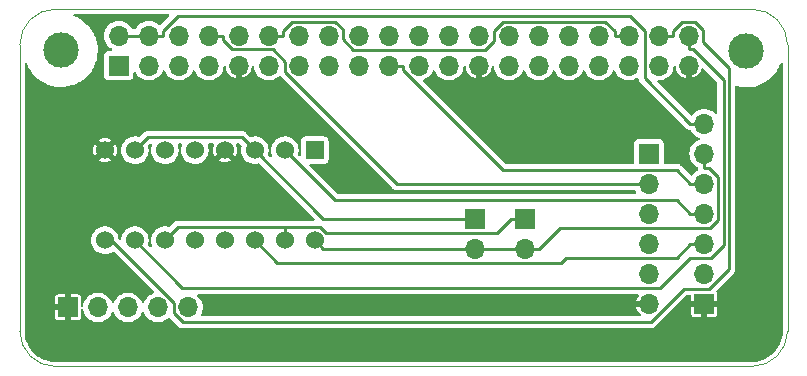
<source format=gbr>
G04 #@! TF.GenerationSoftware,KiCad,Pcbnew,(6.0.4)*
G04 #@! TF.CreationDate,2022-07-30T17:53:10+10:00*
G04 #@! TF.ProjectId,rpi_hat,7270695f-6861-4742-9e6b-696361645f70,rev?*
G04 #@! TF.SameCoordinates,Original*
G04 #@! TF.FileFunction,Copper,L1,Top*
G04 #@! TF.FilePolarity,Positive*
%FSLAX46Y46*%
G04 Gerber Fmt 4.6, Leading zero omitted, Abs format (unit mm)*
G04 Created by KiCad (PCBNEW (6.0.4)) date 2022-07-30 17:53:10*
%MOMM*%
%LPD*%
G01*
G04 APERTURE LIST*
G04 #@! TA.AperFunction,Profile*
%ADD10C,0.100000*%
G04 #@! TD*
G04 #@! TA.AperFunction,ComponentPad*
%ADD11R,1.700000X1.700000*%
G04 #@! TD*
G04 #@! TA.AperFunction,ComponentPad*
%ADD12O,1.700000X1.700000*%
G04 #@! TD*
G04 #@! TA.AperFunction,ComponentPad*
%ADD13R,1.524000X1.524000*%
G04 #@! TD*
G04 #@! TA.AperFunction,ComponentPad*
%ADD14C,1.524000*%
G04 #@! TD*
G04 #@! TA.AperFunction,WasherPad*
%ADD15C,3.000000*%
G04 #@! TD*
G04 #@! TA.AperFunction,Conductor*
%ADD16C,0.250000*%
G04 #@! TD*
G04 APERTURE END LIST*
D10*
X162250000Y-89999995D02*
G75*
G03*
X165249995Y-87000000I-2600J3002595D01*
G01*
X100250000Y-62750000D02*
X100250000Y-87000000D01*
X165250000Y-62750000D02*
G75*
G03*
X162250000Y-59750000I-3000000J0D01*
G01*
X162250000Y-59750000D02*
X103250000Y-59750000D01*
X165250000Y-87000000D02*
X165250000Y-62750000D01*
X103250000Y-90000000D02*
X162250000Y-90000000D01*
X103250000Y-59750000D02*
G75*
G03*
X100250000Y-62750000I0J-3000000D01*
G01*
X100250000Y-87000000D02*
G75*
G03*
X103250000Y-90000000I3000000J0D01*
G01*
D11*
X108623600Y-64522400D03*
D12*
X108623600Y-61982400D03*
X111163600Y-64522400D03*
X111163600Y-61982400D03*
X113703600Y-64522400D03*
X113703600Y-61982400D03*
X116243600Y-64522400D03*
X116243600Y-61982400D03*
X118783600Y-64522400D03*
X118783600Y-61982400D03*
X121323600Y-64522400D03*
X121323600Y-61982400D03*
X123863600Y-64522400D03*
X123863600Y-61982400D03*
X126403600Y-64522400D03*
X126403600Y-61982400D03*
X128943600Y-64522400D03*
X128943600Y-61982400D03*
X131483600Y-64522400D03*
X131483600Y-61982400D03*
X134023600Y-64522400D03*
X134023600Y-61982400D03*
X136563600Y-64522400D03*
X136563600Y-61982400D03*
X139103600Y-64522400D03*
X139103600Y-61982400D03*
X141643600Y-64522400D03*
X141643600Y-61982400D03*
X144183600Y-64522400D03*
X144183600Y-61982400D03*
X146723600Y-64522400D03*
X146723600Y-61982400D03*
X149263600Y-64522400D03*
X149263600Y-61982400D03*
X151803600Y-64522400D03*
X151803600Y-61982400D03*
X154343600Y-64522400D03*
X154343600Y-61982400D03*
X156883600Y-64522400D03*
X156883600Y-61982400D03*
D13*
X125230000Y-71690000D03*
D14*
X122690000Y-71690000D03*
X120150000Y-71690000D03*
X117610000Y-71690000D03*
X115070000Y-71690000D03*
X112530000Y-71690000D03*
X109990000Y-71690000D03*
X107450000Y-71690000D03*
X107450000Y-79310000D03*
X109990000Y-79310000D03*
X112530000Y-79310000D03*
X115070000Y-79310000D03*
X117610000Y-79310000D03*
X120150000Y-79310000D03*
X122690000Y-79310000D03*
X125230000Y-79310000D03*
D11*
X104325000Y-85000000D03*
D12*
X106865000Y-85000000D03*
X109405000Y-85000000D03*
X111945000Y-85000000D03*
X114485000Y-85000000D03*
D15*
X103743600Y-63242400D03*
D11*
X158200000Y-84700000D03*
D12*
X158200000Y-82160000D03*
X158200000Y-79620000D03*
X158200000Y-77080000D03*
X158200000Y-74540000D03*
X158200000Y-72000000D03*
X158200000Y-69460000D03*
D11*
X143000000Y-77500000D03*
D12*
X143000000Y-80040000D03*
D11*
X138750000Y-77500000D03*
D12*
X138750000Y-80040000D03*
D15*
X161743600Y-63262400D03*
D11*
X153500000Y-72000000D03*
D12*
X153500000Y-74540000D03*
X153500000Y-77080000D03*
X153500000Y-79620000D03*
X153500000Y-82160000D03*
X153500000Y-84700000D03*
D16*
X132658900Y-64889700D02*
X132658900Y-64522400D01*
X141133900Y-73364700D02*
X132658900Y-64889700D01*
X155849400Y-73364700D02*
X141133900Y-73364700D01*
X157024700Y-74540000D02*
X155849400Y-73364700D01*
X158200000Y-74540000D02*
X157024700Y-74540000D01*
X131483600Y-64522400D02*
X132658900Y-64522400D01*
X126904700Y-75904700D02*
X122690000Y-71690000D01*
X155849400Y-75904700D02*
X126904700Y-75904700D01*
X157024700Y-77080000D02*
X155849400Y-75904700D01*
X158200000Y-77080000D02*
X157024700Y-77080000D01*
X122063300Y-81223300D02*
X120150000Y-79310000D01*
X146104500Y-81223300D02*
X122063300Y-81223300D01*
X146532500Y-80795300D02*
X146104500Y-81223300D01*
X155849400Y-80795300D02*
X146532500Y-80795300D01*
X157024700Y-79620000D02*
X155849400Y-80795300D01*
X158200000Y-79620000D02*
X157024700Y-79620000D01*
X122498900Y-61615000D02*
X122498900Y-61982400D01*
X123306800Y-60807100D02*
X122498900Y-61615000D01*
X126920900Y-60807100D02*
X123306800Y-60807100D01*
X127579000Y-61465200D02*
X126920900Y-60807100D01*
X127579000Y-62311500D02*
X127579000Y-61465200D01*
X128450000Y-63182500D02*
X127579000Y-62311500D01*
X139643000Y-63182500D02*
X128450000Y-63182500D01*
X140356000Y-62469500D02*
X139643000Y-63182500D01*
X140356000Y-61584800D02*
X140356000Y-62469500D01*
X141133800Y-60807000D02*
X140356000Y-61584800D01*
X149820200Y-60807000D02*
X141133800Y-60807000D01*
X150628300Y-61615100D02*
X149820200Y-60807000D01*
X150628300Y-61982400D02*
X150628300Y-61615100D01*
X151803600Y-61982400D02*
X150628300Y-61982400D01*
X121323600Y-61982400D02*
X122498900Y-61982400D01*
X155518900Y-61615000D02*
X155518900Y-61982400D01*
X156326800Y-60807100D02*
X155518900Y-61615000D01*
X157420800Y-60807100D02*
X156326800Y-60807100D01*
X158090300Y-61476600D02*
X157420800Y-60807100D01*
X158090300Y-62550000D02*
X158090300Y-61476600D01*
X160286700Y-64746400D02*
X158090300Y-62550000D01*
X160286700Y-81783200D02*
X160286700Y-64746400D01*
X158639900Y-83430000D02*
X160286700Y-81783200D01*
X156473500Y-83430000D02*
X158639900Y-83430000D01*
X153660000Y-86243500D02*
X156473500Y-83430000D01*
X114049300Y-86243500D02*
X153660000Y-86243500D01*
X113309600Y-85503800D02*
X114049300Y-86243500D01*
X113309600Y-84640400D02*
X113309600Y-85503800D01*
X107979200Y-79310000D02*
X113309600Y-84640400D01*
X107450000Y-79310000D02*
X107979200Y-79310000D01*
X154343600Y-61982400D02*
X155518900Y-61982400D01*
X157250900Y-63157700D02*
X156883600Y-63157700D01*
X159833100Y-65739900D02*
X157250900Y-63157700D01*
X159833100Y-79725800D02*
X159833100Y-65739900D01*
X158763500Y-80795400D02*
X159833100Y-79725800D01*
X156992900Y-80795400D02*
X158763500Y-80795400D01*
X154452900Y-83335400D02*
X156992900Y-80795400D01*
X114015400Y-83335400D02*
X154452900Y-83335400D01*
X109990000Y-79310000D02*
X114015400Y-83335400D01*
X156883600Y-61982400D02*
X156883600Y-63157700D01*
X143000000Y-77500000D02*
X141824700Y-77500000D01*
X122690000Y-78177900D02*
X122690000Y-79310000D01*
X125689500Y-78177900D02*
X122690000Y-78177900D01*
X126207700Y-78696100D02*
X125689500Y-78177900D01*
X140628600Y-78696100D02*
X126207700Y-78696100D01*
X141824700Y-77500000D02*
X140628600Y-78696100D01*
X113662100Y-78177900D02*
X112530000Y-79310000D01*
X122690000Y-78177900D02*
X113662100Y-78177900D01*
X125960000Y-77500000D02*
X120150000Y-71690000D01*
X138750000Y-77500000D02*
X125960000Y-77500000D01*
X119050700Y-70590700D02*
X120150000Y-71690000D01*
X111089300Y-70590700D02*
X119050700Y-70590700D01*
X109990000Y-71690000D02*
X111089300Y-70590700D01*
X117418900Y-62349800D02*
X117418900Y-61982400D01*
X118226800Y-63157700D02*
X117418900Y-62349800D01*
X121647300Y-63157700D02*
X118226800Y-63157700D01*
X122688200Y-64198600D02*
X121647300Y-63157700D01*
X122688200Y-65050300D02*
X122688200Y-64198600D01*
X132177900Y-74540000D02*
X122688200Y-65050300D01*
X153500000Y-74540000D02*
X132177900Y-74540000D01*
X116243600Y-61982400D02*
X117418900Y-61982400D01*
X111163600Y-61982400D02*
X108623600Y-61982400D01*
X112338900Y-61615100D02*
X112338900Y-61982400D01*
X113612700Y-60341300D02*
X112338900Y-61615100D01*
X151888900Y-60341300D02*
X113612700Y-60341300D01*
X153168200Y-61620600D02*
X151888900Y-60341300D01*
X153168200Y-65603500D02*
X153168200Y-61620600D01*
X157024700Y-69460000D02*
X153168200Y-65603500D01*
X158200000Y-69460000D02*
X157024700Y-69460000D01*
X111163600Y-61982400D02*
X112338900Y-61982400D01*
X125960000Y-80040000D02*
X125230000Y-79310000D01*
X138750000Y-80040000D02*
X125960000Y-80040000D01*
X138750000Y-80040000D02*
X143000000Y-80040000D01*
X158567400Y-73175300D02*
X158200000Y-73175300D01*
X159375300Y-73983200D02*
X158567400Y-73175300D01*
X159375300Y-77585300D02*
X159375300Y-73983200D01*
X158705200Y-78255400D02*
X159375300Y-77585300D01*
X145959900Y-78255400D02*
X158705200Y-78255400D01*
X144175300Y-80040000D02*
X145959900Y-78255400D01*
X143000000Y-80040000D02*
X144175300Y-80040000D01*
X158200000Y-72000000D02*
X158200000Y-73175300D01*
G04 #@! TA.AperFunction,Conductor*
G36*
X112879514Y-60169407D02*
G01*
X112915478Y-60218907D01*
X112915478Y-60280093D01*
X112891327Y-60319504D01*
X112150257Y-61060574D01*
X112095740Y-61088351D01*
X112035308Y-61078780D01*
X112010249Y-61060574D01*
X111970477Y-61020802D01*
X111827738Y-60920855D01*
X111794784Y-60897780D01*
X111794782Y-60897779D01*
X111791239Y-60895298D01*
X111592930Y-60802825D01*
X111506380Y-60779634D01*
X111385754Y-60747312D01*
X111385752Y-60747312D01*
X111381577Y-60746193D01*
X111163600Y-60727123D01*
X110945623Y-60746193D01*
X110941448Y-60747312D01*
X110941446Y-60747312D01*
X110820820Y-60779634D01*
X110734270Y-60802825D01*
X110535962Y-60895298D01*
X110356723Y-61020802D01*
X110202002Y-61175523D01*
X110150398Y-61249222D01*
X110092830Y-61331438D01*
X110076498Y-61354762D01*
X110055524Y-61399742D01*
X110013797Y-61444487D01*
X109965801Y-61456900D01*
X109821399Y-61456900D01*
X109763208Y-61437993D01*
X109731677Y-61399742D01*
X109710702Y-61354762D01*
X109694371Y-61331438D01*
X109636802Y-61249222D01*
X109585198Y-61175523D01*
X109430477Y-61020802D01*
X109287738Y-60920855D01*
X109254784Y-60897780D01*
X109254782Y-60897779D01*
X109251239Y-60895298D01*
X109052930Y-60802825D01*
X108966380Y-60779634D01*
X108845754Y-60747312D01*
X108845752Y-60747312D01*
X108841577Y-60746193D01*
X108623600Y-60727123D01*
X108405623Y-60746193D01*
X108401448Y-60747312D01*
X108401446Y-60747312D01*
X108280820Y-60779634D01*
X108194270Y-60802825D01*
X107995962Y-60895298D01*
X107816723Y-61020802D01*
X107662002Y-61175523D01*
X107610398Y-61249222D01*
X107552830Y-61331438D01*
X107536498Y-61354762D01*
X107444025Y-61553070D01*
X107442907Y-61557243D01*
X107391691Y-61748384D01*
X107387393Y-61764423D01*
X107368323Y-61982400D01*
X107387393Y-62200377D01*
X107388512Y-62204552D01*
X107388512Y-62204554D01*
X107414961Y-62303261D01*
X107444025Y-62411730D01*
X107536498Y-62610038D01*
X107662002Y-62789277D01*
X107816723Y-62943998D01*
X107914735Y-63012627D01*
X107978451Y-63057241D01*
X107995961Y-63069502D01*
X108017736Y-63079656D01*
X108025287Y-63083177D01*
X108070035Y-63124905D01*
X108081710Y-63184966D01*
X108055852Y-63240419D01*
X108002338Y-63270082D01*
X107983449Y-63271901D01*
X107742082Y-63271901D01*
X107738239Y-63272510D01*
X107738234Y-63272510D01*
X107701383Y-63278347D01*
X107648296Y-63286754D01*
X107596099Y-63313350D01*
X107542197Y-63340814D01*
X107542195Y-63340815D01*
X107535258Y-63344350D01*
X107445550Y-63434058D01*
X107442015Y-63440995D01*
X107442014Y-63440997D01*
X107396910Y-63529518D01*
X107387954Y-63547096D01*
X107386735Y-63554790D01*
X107386735Y-63554791D01*
X107375401Y-63626350D01*
X107373100Y-63640881D01*
X107373101Y-65403918D01*
X107373710Y-65407761D01*
X107373710Y-65407766D01*
X107377315Y-65430528D01*
X107387954Y-65497704D01*
X107404098Y-65529388D01*
X107437596Y-65595131D01*
X107445550Y-65610742D01*
X107535258Y-65700450D01*
X107542195Y-65703985D01*
X107542197Y-65703986D01*
X107607937Y-65737482D01*
X107648296Y-65758046D01*
X107655990Y-65759265D01*
X107655991Y-65759265D01*
X107738235Y-65772291D01*
X107738237Y-65772291D01*
X107742081Y-65772900D01*
X108623486Y-65772900D01*
X109505118Y-65772899D01*
X109508961Y-65772290D01*
X109508966Y-65772290D01*
X109545817Y-65766453D01*
X109598904Y-65758046D01*
X109681557Y-65715932D01*
X109705003Y-65703986D01*
X109705005Y-65703985D01*
X109711942Y-65700450D01*
X109801650Y-65610742D01*
X109809605Y-65595131D01*
X109855710Y-65504644D01*
X109855710Y-65504643D01*
X109859246Y-65497704D01*
X109866521Y-65451775D01*
X109873491Y-65407765D01*
X109873491Y-65407763D01*
X109874100Y-65403919D01*
X109874100Y-65162553D01*
X109893007Y-65104362D01*
X109942507Y-65068398D01*
X110003693Y-65068398D01*
X110053193Y-65104362D01*
X110062824Y-65120713D01*
X110076498Y-65150038D01*
X110202002Y-65329277D01*
X110356723Y-65483998D01*
X110535961Y-65609502D01*
X110734270Y-65701975D01*
X110761824Y-65709358D01*
X110941446Y-65757488D01*
X110941448Y-65757488D01*
X110945623Y-65758607D01*
X111163600Y-65777677D01*
X111381577Y-65758607D01*
X111385752Y-65757488D01*
X111385754Y-65757488D01*
X111565376Y-65709358D01*
X111592930Y-65701975D01*
X111791239Y-65609502D01*
X111970477Y-65483998D01*
X112125198Y-65329277D01*
X112250702Y-65150038D01*
X112343175Y-64951730D01*
X112344732Y-64952456D01*
X112378240Y-64909568D01*
X112437055Y-64892703D01*
X112494550Y-64913630D01*
X112522686Y-64952354D01*
X112524025Y-64951730D01*
X112616498Y-65150038D01*
X112742002Y-65329277D01*
X112896723Y-65483998D01*
X113075961Y-65609502D01*
X113274270Y-65701975D01*
X113301824Y-65709358D01*
X113481446Y-65757488D01*
X113481448Y-65757488D01*
X113485623Y-65758607D01*
X113703600Y-65777677D01*
X113921577Y-65758607D01*
X113925752Y-65757488D01*
X113925754Y-65757488D01*
X114105376Y-65709358D01*
X114132930Y-65701975D01*
X114331239Y-65609502D01*
X114510477Y-65483998D01*
X114665198Y-65329277D01*
X114790702Y-65150038D01*
X114883175Y-64951730D01*
X114884732Y-64952456D01*
X114918240Y-64909568D01*
X114977055Y-64892703D01*
X115034550Y-64913630D01*
X115062686Y-64952354D01*
X115064025Y-64951730D01*
X115156498Y-65150038D01*
X115282002Y-65329277D01*
X115436723Y-65483998D01*
X115615961Y-65609502D01*
X115814270Y-65701975D01*
X115841824Y-65709358D01*
X116021446Y-65757488D01*
X116021448Y-65757488D01*
X116025623Y-65758607D01*
X116243600Y-65777677D01*
X116461577Y-65758607D01*
X116465752Y-65757488D01*
X116465754Y-65757488D01*
X116645376Y-65709358D01*
X116672930Y-65701975D01*
X116871239Y-65609502D01*
X117050477Y-65483998D01*
X117205198Y-65329277D01*
X117330702Y-65150038D01*
X117423175Y-64951730D01*
X117479807Y-64740377D01*
X117489745Y-64626782D01*
X117490310Y-64620327D01*
X117514217Y-64564005D01*
X117566663Y-64532492D01*
X117627615Y-64537825D01*
X117673793Y-64577966D01*
X117687721Y-64622481D01*
X117692191Y-64690689D01*
X117693604Y-64699610D01*
X117741134Y-64886759D01*
X117744154Y-64895287D01*
X117824986Y-65070625D01*
X117829517Y-65078472D01*
X117940948Y-65236144D01*
X117946822Y-65243022D01*
X118085132Y-65377757D01*
X118092155Y-65383444D01*
X118252699Y-65490717D01*
X118260654Y-65495035D01*
X118438046Y-65571249D01*
X118446657Y-65574047D01*
X118514306Y-65589354D01*
X118527203Y-65588169D01*
X118529600Y-65579451D01*
X118529600Y-64367400D01*
X118548507Y-64309209D01*
X118598007Y-64273245D01*
X118628600Y-64268400D01*
X118938600Y-64268400D01*
X118996791Y-64287307D01*
X119032755Y-64336807D01*
X119037600Y-64367400D01*
X119037600Y-65581474D01*
X119041722Y-65594159D01*
X119042893Y-65595010D01*
X119045400Y-65595224D01*
X119045789Y-65595131D01*
X119228626Y-65533066D01*
X119236888Y-65529388D01*
X119405355Y-65435041D01*
X119412809Y-65429918D01*
X119561250Y-65306461D01*
X119567661Y-65300050D01*
X119691118Y-65151609D01*
X119696241Y-65144155D01*
X119790588Y-64975688D01*
X119794266Y-64967426D01*
X119856330Y-64784591D01*
X119858441Y-64775799D01*
X119880856Y-64621204D01*
X119907918Y-64566329D01*
X119962066Y-64537840D01*
X120022618Y-64546619D01*
X120066446Y-64589314D01*
X120077455Y-64626782D01*
X120087393Y-64740377D01*
X120144025Y-64951730D01*
X120236498Y-65150038D01*
X120362002Y-65329277D01*
X120516723Y-65483998D01*
X120695961Y-65609502D01*
X120894270Y-65701975D01*
X120921824Y-65709358D01*
X121101446Y-65757488D01*
X121101448Y-65757488D01*
X121105623Y-65758607D01*
X121323600Y-65777677D01*
X121541577Y-65758607D01*
X121545752Y-65757488D01*
X121545754Y-65757488D01*
X121725376Y-65709358D01*
X121752930Y-65701975D01*
X121951239Y-65609502D01*
X122130477Y-65483998D01*
X122181785Y-65432690D01*
X122236302Y-65404913D01*
X122296734Y-65414484D01*
X122319561Y-65430528D01*
X122320840Y-65431729D01*
X122325088Y-65436975D01*
X122330590Y-65440885D01*
X122330591Y-65440886D01*
X122341182Y-65448413D01*
X122353838Y-65459107D01*
X127076718Y-70181988D01*
X131796513Y-74901783D01*
X131799371Y-74904763D01*
X131839784Y-74948712D01*
X131845524Y-74952271D01*
X131875940Y-74971131D01*
X131883623Y-74976411D01*
X131917504Y-75002127D01*
X131923783Y-75004613D01*
X131932614Y-75008110D01*
X131948333Y-75016015D01*
X131962150Y-75024582D01*
X131968628Y-75026464D01*
X131968630Y-75026465D01*
X131987264Y-75031879D01*
X132003014Y-75036455D01*
X132011820Y-75039470D01*
X132051372Y-75055129D01*
X132058085Y-75055835D01*
X132058091Y-75055836D01*
X132067535Y-75056829D01*
X132084804Y-75060217D01*
X132095429Y-75063304D01*
X132095435Y-75063305D01*
X132100412Y-75064751D01*
X132105582Y-75065131D01*
X132105584Y-75065131D01*
X132108811Y-75065368D01*
X132108818Y-75065368D01*
X132110612Y-75065500D01*
X132144853Y-75065500D01*
X132155199Y-75066042D01*
X132194561Y-75070179D01*
X132214031Y-75066886D01*
X132230540Y-75065500D01*
X152302201Y-75065500D01*
X152360392Y-75084407D01*
X152391923Y-75122658D01*
X152412898Y-75167638D01*
X152415379Y-75171181D01*
X152415380Y-75171183D01*
X152451954Y-75223416D01*
X152469843Y-75281928D01*
X152449923Y-75339780D01*
X152399803Y-75374874D01*
X152370858Y-75379200D01*
X127163377Y-75379200D01*
X127105186Y-75360293D01*
X127093373Y-75350204D01*
X124764673Y-73021504D01*
X124736896Y-72966987D01*
X124746467Y-72906555D01*
X124789732Y-72863290D01*
X124834677Y-72852500D01*
X126000628Y-72852499D01*
X126023518Y-72852499D01*
X126027361Y-72851890D01*
X126027366Y-72851890D01*
X126074133Y-72844483D01*
X126117304Y-72837646D01*
X126201129Y-72794935D01*
X126223403Y-72783586D01*
X126223405Y-72783585D01*
X126230342Y-72780050D01*
X126320050Y-72690342D01*
X126339510Y-72652151D01*
X126374110Y-72584244D01*
X126374110Y-72584243D01*
X126377646Y-72577304D01*
X126379920Y-72562950D01*
X126391891Y-72487365D01*
X126391891Y-72487363D01*
X126392500Y-72483519D01*
X126392499Y-70896482D01*
X126377646Y-70802696D01*
X126320050Y-70689658D01*
X126230342Y-70599950D01*
X126223405Y-70596415D01*
X126223403Y-70596414D01*
X126124244Y-70545890D01*
X126124243Y-70545890D01*
X126117304Y-70542354D01*
X126109610Y-70541135D01*
X126109609Y-70541135D01*
X126027365Y-70528109D01*
X126027363Y-70528109D01*
X126023519Y-70527500D01*
X125230102Y-70527500D01*
X124436482Y-70527501D01*
X124432639Y-70528110D01*
X124432634Y-70528110D01*
X124395783Y-70533947D01*
X124342696Y-70542354D01*
X124303548Y-70562301D01*
X124236597Y-70596414D01*
X124236595Y-70596415D01*
X124229658Y-70599950D01*
X124139950Y-70689658D01*
X124136415Y-70696595D01*
X124136414Y-70696597D01*
X124091187Y-70785360D01*
X124082354Y-70802696D01*
X124081135Y-70810390D01*
X124081135Y-70810391D01*
X124078302Y-70828278D01*
X124067500Y-70896481D01*
X124067501Y-71574843D01*
X124067501Y-72085324D01*
X124048594Y-72143515D01*
X123999094Y-72179479D01*
X123937908Y-72179479D01*
X123898497Y-72155328D01*
X123838466Y-72095297D01*
X123810689Y-72040780D01*
X123814723Y-71993472D01*
X123825222Y-71962543D01*
X123828222Y-71941851D01*
X123855460Y-71754001D01*
X123855461Y-71753993D01*
X123855880Y-71751101D01*
X123856665Y-71721145D01*
X123857404Y-71692914D01*
X123857404Y-71692909D01*
X123857480Y-71690000D01*
X123856945Y-71684172D01*
X123838345Y-71481762D01*
X123837930Y-71477244D01*
X123795692Y-71327478D01*
X123781168Y-71275981D01*
X123781168Y-71275980D01*
X123779936Y-71271613D01*
X123773710Y-71258987D01*
X123687451Y-71084070D01*
X123687449Y-71084066D01*
X123685440Y-71079993D01*
X123557607Y-70908803D01*
X123400717Y-70763776D01*
X123379057Y-70750109D01*
X123223862Y-70652189D01*
X123220025Y-70649768D01*
X123021582Y-70570597D01*
X122812035Y-70528916D01*
X122703958Y-70527501D01*
X122602940Y-70526178D01*
X122602935Y-70526178D01*
X122598401Y-70526119D01*
X122593926Y-70526888D01*
X122593925Y-70526888D01*
X122514196Y-70540588D01*
X122387834Y-70562301D01*
X122187387Y-70636250D01*
X122183488Y-70638569D01*
X122183483Y-70638572D01*
X122085952Y-70696597D01*
X122003772Y-70745489D01*
X122000357Y-70748484D01*
X122000354Y-70748486D01*
X121958308Y-70785360D01*
X121843140Y-70886360D01*
X121710869Y-71054145D01*
X121708756Y-71058160D01*
X121708756Y-71058161D01*
X121639372Y-71190039D01*
X121611389Y-71243225D01*
X121610045Y-71247554D01*
X121567887Y-71383325D01*
X121548032Y-71447267D01*
X121547498Y-71451777D01*
X121547498Y-71451778D01*
X121532933Y-71574843D01*
X121522920Y-71659439D01*
X121536894Y-71872634D01*
X121538010Y-71877027D01*
X121538010Y-71877029D01*
X121558586Y-71958046D01*
X121589485Y-72079713D01*
X121591387Y-72083838D01*
X121591387Y-72083839D01*
X121619628Y-72145098D01*
X121626820Y-72205859D01*
X121596923Y-72259243D01*
X121541358Y-72284859D01*
X121481349Y-72272922D01*
X121459718Y-72256549D01*
X121298466Y-72095297D01*
X121270689Y-72040780D01*
X121274723Y-71993472D01*
X121285222Y-71962543D01*
X121288222Y-71941851D01*
X121315460Y-71754001D01*
X121315461Y-71753993D01*
X121315880Y-71751101D01*
X121316665Y-71721145D01*
X121317404Y-71692914D01*
X121317404Y-71692909D01*
X121317480Y-71690000D01*
X121316945Y-71684172D01*
X121298345Y-71481762D01*
X121297930Y-71477244D01*
X121255692Y-71327478D01*
X121241168Y-71275981D01*
X121241168Y-71275980D01*
X121239936Y-71271613D01*
X121233710Y-71258987D01*
X121147451Y-71084070D01*
X121147449Y-71084066D01*
X121145440Y-71079993D01*
X121017607Y-70908803D01*
X120860717Y-70763776D01*
X120839057Y-70750109D01*
X120683862Y-70652189D01*
X120680025Y-70649768D01*
X120481582Y-70570597D01*
X120272035Y-70528916D01*
X120163958Y-70527501D01*
X120062940Y-70526178D01*
X120062935Y-70526178D01*
X120058401Y-70526119D01*
X120053926Y-70526888D01*
X120053925Y-70526888D01*
X119974196Y-70540588D01*
X119847834Y-70562301D01*
X119843574Y-70563873D01*
X119839191Y-70565047D01*
X119838612Y-70562885D01*
X119786038Y-70564980D01*
X119742855Y-70539686D01*
X119432099Y-70228930D01*
X119429229Y-70225937D01*
X119393384Y-70186956D01*
X119388816Y-70181988D01*
X119352665Y-70159573D01*
X119344979Y-70154291D01*
X119316470Y-70132651D01*
X119316469Y-70132651D01*
X119311096Y-70128572D01*
X119304825Y-70126089D01*
X119304823Y-70126088D01*
X119295983Y-70122588D01*
X119280258Y-70114679D01*
X119272186Y-70109674D01*
X119272184Y-70109673D01*
X119266450Y-70106118D01*
X119225603Y-70094250D01*
X119216782Y-70091230D01*
X119183506Y-70078056D01*
X119183503Y-70078055D01*
X119177228Y-70075571D01*
X119170515Y-70074865D01*
X119170509Y-70074864D01*
X119161065Y-70073871D01*
X119143796Y-70070483D01*
X119133171Y-70067396D01*
X119133165Y-70067395D01*
X119128188Y-70065949D01*
X119123018Y-70065569D01*
X119123016Y-70065569D01*
X119119789Y-70065332D01*
X119119782Y-70065332D01*
X119117988Y-70065200D01*
X119083746Y-70065200D01*
X119073400Y-70064658D01*
X119034038Y-70060521D01*
X119014569Y-70063814D01*
X118998059Y-70065200D01*
X111103177Y-70065200D01*
X111099031Y-70065113D01*
X111039381Y-70062613D01*
X111032809Y-70064154D01*
X111032803Y-70064155D01*
X110997967Y-70072326D01*
X110988797Y-70074026D01*
X110953340Y-70078883D01*
X110953339Y-70078883D01*
X110946654Y-70079799D01*
X110940459Y-70082480D01*
X110940458Y-70082480D01*
X110931738Y-70086253D01*
X110915032Y-70091778D01*
X110899207Y-70095490D01*
X110893292Y-70098742D01*
X110861922Y-70115987D01*
X110853548Y-70120089D01*
X110820714Y-70134298D01*
X110820713Y-70134299D01*
X110814517Y-70136980D01*
X110809271Y-70141228D01*
X110801886Y-70147208D01*
X110787285Y-70157020D01*
X110773037Y-70164853D01*
X110765295Y-70171536D01*
X110741081Y-70195750D01*
X110733388Y-70202677D01*
X110702625Y-70227588D01*
X110698713Y-70233093D01*
X110698711Y-70233095D01*
X110691187Y-70243682D01*
X110680493Y-70256338D01*
X110396243Y-70540588D01*
X110341726Y-70568365D01*
X110306927Y-70567682D01*
X110112035Y-70528916D01*
X110003958Y-70527501D01*
X109902940Y-70526178D01*
X109902935Y-70526178D01*
X109898401Y-70526119D01*
X109893926Y-70526888D01*
X109893925Y-70526888D01*
X109814196Y-70540588D01*
X109687834Y-70562301D01*
X109487387Y-70636250D01*
X109483488Y-70638569D01*
X109483483Y-70638572D01*
X109385952Y-70696597D01*
X109303772Y-70745489D01*
X109300357Y-70748484D01*
X109300354Y-70748486D01*
X109258308Y-70785360D01*
X109143140Y-70886360D01*
X109010869Y-71054145D01*
X109008756Y-71058160D01*
X109008756Y-71058161D01*
X108939372Y-71190039D01*
X108911389Y-71243225D01*
X108910045Y-71247554D01*
X108867887Y-71383325D01*
X108848032Y-71447267D01*
X108847498Y-71451777D01*
X108847498Y-71451778D01*
X108832933Y-71574843D01*
X108822920Y-71659439D01*
X108836894Y-71872634D01*
X108838010Y-71877027D01*
X108838010Y-71877029D01*
X108858586Y-71958046D01*
X108889485Y-72079713D01*
X108978933Y-72273740D01*
X109102241Y-72448218D01*
X109255281Y-72597302D01*
X109259056Y-72599824D01*
X109259058Y-72599826D01*
X109340689Y-72654370D01*
X109432927Y-72716001D01*
X109629229Y-72800339D01*
X109705155Y-72817520D01*
X109833187Y-72846491D01*
X109833192Y-72846492D01*
X109837613Y-72847492D01*
X109944357Y-72851686D01*
X110046568Y-72855702D01*
X110046569Y-72855702D01*
X110051101Y-72855880D01*
X110262543Y-72825222D01*
X110266842Y-72823763D01*
X110266845Y-72823762D01*
X110460556Y-72758006D01*
X110464857Y-72756546D01*
X110651268Y-72652151D01*
X110815533Y-72515533D01*
X110952151Y-72351268D01*
X111056546Y-72164857D01*
X111089202Y-72068655D01*
X111123762Y-71966845D01*
X111123763Y-71966842D01*
X111125222Y-71962543D01*
X111128222Y-71941851D01*
X111155460Y-71754001D01*
X111155461Y-71753993D01*
X111155880Y-71751101D01*
X111156665Y-71721145D01*
X111157404Y-71692914D01*
X111157404Y-71692909D01*
X111157480Y-71690000D01*
X111156945Y-71684172D01*
X111138345Y-71481762D01*
X111137930Y-71477244D01*
X111130748Y-71451778D01*
X111111442Y-71383325D01*
X111113844Y-71322187D01*
X111136721Y-71286448D01*
X111277973Y-71145196D01*
X111332490Y-71117419D01*
X111347977Y-71116200D01*
X111356428Y-71116200D01*
X111414619Y-71135107D01*
X111450583Y-71184607D01*
X111450975Y-71244558D01*
X111407887Y-71383325D01*
X111388032Y-71447267D01*
X111387498Y-71451777D01*
X111387498Y-71451778D01*
X111372933Y-71574843D01*
X111362920Y-71659439D01*
X111376894Y-71872634D01*
X111378010Y-71877027D01*
X111378010Y-71877029D01*
X111398586Y-71958046D01*
X111429485Y-72079713D01*
X111518933Y-72273740D01*
X111642241Y-72448218D01*
X111795281Y-72597302D01*
X111799056Y-72599824D01*
X111799058Y-72599826D01*
X111880689Y-72654370D01*
X111972927Y-72716001D01*
X112169229Y-72800339D01*
X112245155Y-72817520D01*
X112373187Y-72846491D01*
X112373192Y-72846492D01*
X112377613Y-72847492D01*
X112484357Y-72851686D01*
X112586568Y-72855702D01*
X112586569Y-72855702D01*
X112591101Y-72855880D01*
X112802543Y-72825222D01*
X112806842Y-72823763D01*
X112806845Y-72823762D01*
X113000556Y-72758006D01*
X113004857Y-72756546D01*
X113191268Y-72652151D01*
X113355533Y-72515533D01*
X113492151Y-72351268D01*
X113596546Y-72164857D01*
X113629202Y-72068655D01*
X113663762Y-71966845D01*
X113663763Y-71966842D01*
X113665222Y-71962543D01*
X113668222Y-71941851D01*
X113695460Y-71754001D01*
X113695461Y-71753993D01*
X113695880Y-71751101D01*
X113696665Y-71721145D01*
X113697404Y-71692914D01*
X113697404Y-71692909D01*
X113697480Y-71690000D01*
X113696945Y-71684172D01*
X113678345Y-71481762D01*
X113677930Y-71477244D01*
X113635692Y-71327478D01*
X113621168Y-71275981D01*
X113621168Y-71275980D01*
X113619936Y-71271613D01*
X113613709Y-71258985D01*
X113604929Y-71198435D01*
X113633418Y-71144286D01*
X113688293Y-71117225D01*
X113702499Y-71116200D01*
X113896428Y-71116200D01*
X113954619Y-71135107D01*
X113990583Y-71184607D01*
X113990975Y-71244558D01*
X113947887Y-71383325D01*
X113928032Y-71447267D01*
X113927498Y-71451777D01*
X113927498Y-71451778D01*
X113912933Y-71574843D01*
X113902920Y-71659439D01*
X113916894Y-71872634D01*
X113918010Y-71877027D01*
X113918010Y-71877029D01*
X113938586Y-71958046D01*
X113969485Y-72079713D01*
X114058933Y-72273740D01*
X114182241Y-72448218D01*
X114335281Y-72597302D01*
X114339056Y-72599824D01*
X114339058Y-72599826D01*
X114420689Y-72654370D01*
X114512927Y-72716001D01*
X114709229Y-72800339D01*
X114785155Y-72817520D01*
X114913187Y-72846491D01*
X114913192Y-72846492D01*
X114917613Y-72847492D01*
X115024357Y-72851686D01*
X115126568Y-72855702D01*
X115126569Y-72855702D01*
X115131101Y-72855880D01*
X115342543Y-72825222D01*
X115346842Y-72823763D01*
X115346845Y-72823762D01*
X115540556Y-72758006D01*
X115544857Y-72756546D01*
X115731268Y-72652151D01*
X115839461Y-72562168D01*
X117102315Y-72562168D01*
X117109543Y-72569678D01*
X117198658Y-72619484D01*
X117207492Y-72623344D01*
X117387037Y-72681681D01*
X117396437Y-72683748D01*
X117583902Y-72706101D01*
X117593529Y-72706303D01*
X117781754Y-72691820D01*
X117791245Y-72690146D01*
X117973066Y-72639381D01*
X117982063Y-72635891D01*
X118110658Y-72570934D01*
X118118698Y-72562950D01*
X118113506Y-72552716D01*
X117621086Y-72060296D01*
X117609203Y-72054242D01*
X117604172Y-72055038D01*
X117107792Y-72551418D01*
X117102315Y-72562168D01*
X115839461Y-72562168D01*
X115895533Y-72515533D01*
X116032151Y-72351268D01*
X116136546Y-72164857D01*
X116169202Y-72068655D01*
X116203762Y-71966845D01*
X116203763Y-71966842D01*
X116205222Y-71962543D01*
X116208222Y-71941851D01*
X116235460Y-71754001D01*
X116235461Y-71753993D01*
X116235880Y-71751101D01*
X116236665Y-71721145D01*
X116237404Y-71692914D01*
X116237404Y-71692909D01*
X116237480Y-71690000D01*
X116236945Y-71684172D01*
X116218345Y-71481762D01*
X116217930Y-71477244D01*
X116175692Y-71327478D01*
X116161168Y-71275981D01*
X116161168Y-71275980D01*
X116159936Y-71271613D01*
X116153709Y-71258985D01*
X116144929Y-71198435D01*
X116173418Y-71144286D01*
X116228293Y-71117225D01*
X116242499Y-71116200D01*
X116603153Y-71116200D01*
X116661344Y-71135107D01*
X116697308Y-71184607D01*
X116697308Y-71245793D01*
X116689907Y-71262894D01*
X116677668Y-71285156D01*
X116673869Y-71294019D01*
X116616790Y-71473958D01*
X116614785Y-71483389D01*
X116593741Y-71670994D01*
X116593607Y-71680622D01*
X116609404Y-71868750D01*
X116611142Y-71878218D01*
X116663177Y-72059687D01*
X116666728Y-72068655D01*
X116729290Y-72190388D01*
X116737417Y-72198459D01*
X116747481Y-72193309D01*
X117539996Y-71400794D01*
X117594513Y-71373017D01*
X117654945Y-71382588D01*
X117680004Y-71400794D01*
X118471322Y-72192112D01*
X118482177Y-72197643D01*
X118489585Y-72190564D01*
X118536593Y-72107815D01*
X118540508Y-72099020D01*
X118600099Y-71919883D01*
X118602233Y-71910489D01*
X118626153Y-71721145D01*
X118626540Y-71715620D01*
X118626858Y-71692771D01*
X118626626Y-71687241D01*
X118608002Y-71497302D01*
X118606132Y-71487854D01*
X118551566Y-71307123D01*
X118547897Y-71298219D01*
X118528467Y-71261678D01*
X118517842Y-71201423D01*
X118544664Y-71146429D01*
X118598687Y-71117704D01*
X118615879Y-71116200D01*
X118792023Y-71116200D01*
X118850214Y-71135107D01*
X118862027Y-71145196D01*
X119002740Y-71285909D01*
X119030517Y-71340426D01*
X119027283Y-71385268D01*
X119008032Y-71447267D01*
X119007498Y-71451777D01*
X119007498Y-71451778D01*
X118992933Y-71574843D01*
X118982920Y-71659439D01*
X118996894Y-71872634D01*
X118998010Y-71877027D01*
X118998010Y-71877029D01*
X119018586Y-71958046D01*
X119049485Y-72079713D01*
X119138933Y-72273740D01*
X119262241Y-72448218D01*
X119415281Y-72597302D01*
X119419056Y-72599824D01*
X119419058Y-72599826D01*
X119500689Y-72654370D01*
X119592927Y-72716001D01*
X119789229Y-72800339D01*
X119865155Y-72817520D01*
X119993187Y-72846491D01*
X119993192Y-72846492D01*
X119997613Y-72847492D01*
X120104357Y-72851686D01*
X120206568Y-72855702D01*
X120206569Y-72855702D01*
X120211101Y-72855880D01*
X120422543Y-72825222D01*
X120453472Y-72814723D01*
X120514652Y-72813924D01*
X120555297Y-72838466D01*
X125200227Y-77483396D01*
X125228004Y-77537913D01*
X125218433Y-77598345D01*
X125175168Y-77641610D01*
X125130223Y-77652400D01*
X122713351Y-77652400D01*
X122706101Y-77652134D01*
X122663427Y-77649000D01*
X122663423Y-77649000D01*
X122656693Y-77648506D01*
X122647066Y-77650447D01*
X122627499Y-77652400D01*
X113675977Y-77652400D01*
X113671831Y-77652313D01*
X113667560Y-77652134D01*
X113612181Y-77649813D01*
X113570762Y-77659527D01*
X113561609Y-77661224D01*
X113542801Y-77663801D01*
X113526139Y-77666083D01*
X113526138Y-77666083D01*
X113519454Y-77666999D01*
X113504533Y-77673456D01*
X113487835Y-77678979D01*
X113472007Y-77682691D01*
X113434725Y-77703187D01*
X113426366Y-77707282D01*
X113393513Y-77721498D01*
X113393509Y-77721501D01*
X113387317Y-77724180D01*
X113382073Y-77728427D01*
X113382069Y-77728429D01*
X113374693Y-77734403D01*
X113360078Y-77744224D01*
X113350385Y-77749552D01*
X113350380Y-77749556D01*
X113345837Y-77752053D01*
X113338095Y-77758736D01*
X113313881Y-77782950D01*
X113306188Y-77789877D01*
X113275425Y-77814788D01*
X113271513Y-77820293D01*
X113271511Y-77820295D01*
X113263987Y-77830882D01*
X113253293Y-77843538D01*
X112936243Y-78160588D01*
X112881726Y-78188365D01*
X112846927Y-78187682D01*
X112652035Y-78148916D01*
X112545218Y-78147517D01*
X112442940Y-78146178D01*
X112442935Y-78146178D01*
X112438401Y-78146119D01*
X112433926Y-78146888D01*
X112433925Y-78146888D01*
X112422123Y-78148916D01*
X112227834Y-78182301D01*
X112027387Y-78256250D01*
X112023488Y-78258569D01*
X112023483Y-78258572D01*
X111847678Y-78363165D01*
X111843772Y-78365489D01*
X111840357Y-78368484D01*
X111840354Y-78368486D01*
X111808788Y-78396169D01*
X111683140Y-78506360D01*
X111550869Y-78674145D01*
X111548756Y-78678160D01*
X111548756Y-78678161D01*
X111458712Y-78849307D01*
X111451389Y-78863225D01*
X111450045Y-78867554D01*
X111407887Y-79003325D01*
X111388032Y-79067267D01*
X111387498Y-79071777D01*
X111387498Y-79071778D01*
X111368537Y-79231984D01*
X111362920Y-79279439D01*
X111363613Y-79290007D01*
X111374581Y-79457339D01*
X111376894Y-79492634D01*
X111429485Y-79699713D01*
X111431387Y-79703838D01*
X111431387Y-79703839D01*
X111459628Y-79765098D01*
X111466820Y-79825859D01*
X111436923Y-79879243D01*
X111381358Y-79904859D01*
X111321349Y-79892922D01*
X111299718Y-79876549D01*
X111138466Y-79715297D01*
X111110689Y-79660780D01*
X111114723Y-79613472D01*
X111125222Y-79582543D01*
X111137829Y-79495593D01*
X111155460Y-79374001D01*
X111155461Y-79373993D01*
X111155880Y-79371101D01*
X111156402Y-79351193D01*
X111157404Y-79312914D01*
X111157404Y-79312909D01*
X111157480Y-79310000D01*
X111155242Y-79285638D01*
X111139468Y-79113983D01*
X111137930Y-79097244D01*
X111092647Y-78936684D01*
X111081168Y-78895981D01*
X111081168Y-78895980D01*
X111079936Y-78891613D01*
X111068074Y-78867559D01*
X110987451Y-78704070D01*
X110987449Y-78704066D01*
X110985440Y-78699993D01*
X110857607Y-78528803D01*
X110700717Y-78383776D01*
X110668051Y-78363165D01*
X110523862Y-78272189D01*
X110520025Y-78269768D01*
X110321582Y-78190597D01*
X110112035Y-78148916D01*
X110005218Y-78147517D01*
X109902940Y-78146178D01*
X109902935Y-78146178D01*
X109898401Y-78146119D01*
X109893926Y-78146888D01*
X109893925Y-78146888D01*
X109882123Y-78148916D01*
X109687834Y-78182301D01*
X109487387Y-78256250D01*
X109483488Y-78258569D01*
X109483483Y-78258572D01*
X109307678Y-78363165D01*
X109303772Y-78365489D01*
X109300357Y-78368484D01*
X109300354Y-78368486D01*
X109268788Y-78396169D01*
X109143140Y-78506360D01*
X109010869Y-78674145D01*
X109008756Y-78678160D01*
X109008756Y-78678161D01*
X108918712Y-78849307D01*
X108911389Y-78863225D01*
X108910045Y-78867554D01*
X108867887Y-79003325D01*
X108848032Y-79067267D01*
X108847498Y-79071777D01*
X108847498Y-79071778D01*
X108846714Y-79078402D01*
X108833169Y-79192851D01*
X108833035Y-79193980D01*
X108807419Y-79249545D01*
X108754035Y-79279442D01*
X108693274Y-79272250D01*
X108664717Y-79252348D01*
X108632173Y-79219804D01*
X108604396Y-79165287D01*
X108603592Y-79158859D01*
X108602344Y-79145278D01*
X108597930Y-79097244D01*
X108552647Y-78936684D01*
X108541168Y-78895981D01*
X108541168Y-78895980D01*
X108539936Y-78891613D01*
X108528074Y-78867559D01*
X108447451Y-78704070D01*
X108447449Y-78704066D01*
X108445440Y-78699993D01*
X108317607Y-78528803D01*
X108160717Y-78383776D01*
X108128051Y-78363165D01*
X107983862Y-78272189D01*
X107980025Y-78269768D01*
X107781582Y-78190597D01*
X107572035Y-78148916D01*
X107465218Y-78147517D01*
X107362940Y-78146178D01*
X107362935Y-78146178D01*
X107358401Y-78146119D01*
X107353926Y-78146888D01*
X107353925Y-78146888D01*
X107342123Y-78148916D01*
X107147834Y-78182301D01*
X106947387Y-78256250D01*
X106943488Y-78258569D01*
X106943483Y-78258572D01*
X106767678Y-78363165D01*
X106763772Y-78365489D01*
X106760357Y-78368484D01*
X106760354Y-78368486D01*
X106728788Y-78396169D01*
X106603140Y-78506360D01*
X106470869Y-78674145D01*
X106468756Y-78678160D01*
X106468756Y-78678161D01*
X106378712Y-78849307D01*
X106371389Y-78863225D01*
X106370045Y-78867554D01*
X106327887Y-79003325D01*
X106308032Y-79067267D01*
X106307498Y-79071777D01*
X106307498Y-79071778D01*
X106288537Y-79231984D01*
X106282920Y-79279439D01*
X106283613Y-79290007D01*
X106294581Y-79457339D01*
X106296894Y-79492634D01*
X106349485Y-79699713D01*
X106438933Y-79893740D01*
X106562241Y-80068218D01*
X106715281Y-80217302D01*
X106719056Y-80219824D01*
X106719058Y-80219826D01*
X106800689Y-80274370D01*
X106892927Y-80336001D01*
X107089229Y-80420339D01*
X107153729Y-80434934D01*
X107293187Y-80466491D01*
X107293192Y-80466492D01*
X107297613Y-80467492D01*
X107390104Y-80471126D01*
X107506568Y-80475702D01*
X107506569Y-80475702D01*
X107511101Y-80475880D01*
X107722543Y-80445222D01*
X107726842Y-80443763D01*
X107726845Y-80443762D01*
X107920556Y-80378006D01*
X107924857Y-80376546D01*
X108101595Y-80277568D01*
X108161604Y-80265631D01*
X108219972Y-80293941D01*
X111576435Y-83650404D01*
X111604212Y-83704921D01*
X111594641Y-83765353D01*
X111551376Y-83808618D01*
X111532055Y-83816035D01*
X111515670Y-83820425D01*
X111317362Y-83912898D01*
X111313819Y-83915379D01*
X111313817Y-83915380D01*
X111277369Y-83940901D01*
X111138123Y-84038402D01*
X110983402Y-84193123D01*
X110857898Y-84372362D01*
X110765425Y-84570670D01*
X110763868Y-84569944D01*
X110730360Y-84612832D01*
X110671545Y-84629697D01*
X110614050Y-84608770D01*
X110585914Y-84570046D01*
X110584575Y-84570670D01*
X110558339Y-84514407D01*
X110492102Y-84372362D01*
X110366598Y-84193123D01*
X110211877Y-84038402D01*
X110081780Y-83947307D01*
X110036184Y-83915380D01*
X110036182Y-83915379D01*
X110032639Y-83912898D01*
X109834330Y-83820425D01*
X109727508Y-83791802D01*
X109627154Y-83764912D01*
X109627152Y-83764912D01*
X109622977Y-83763793D01*
X109405000Y-83744723D01*
X109187023Y-83763793D01*
X109182848Y-83764912D01*
X109182846Y-83764912D01*
X109082492Y-83791802D01*
X108975670Y-83820425D01*
X108777362Y-83912898D01*
X108773819Y-83915379D01*
X108773817Y-83915380D01*
X108737369Y-83940901D01*
X108598123Y-84038402D01*
X108443402Y-84193123D01*
X108317898Y-84372362D01*
X108225425Y-84570670D01*
X108223868Y-84569944D01*
X108190360Y-84612832D01*
X108131545Y-84629697D01*
X108074050Y-84608770D01*
X108045914Y-84570046D01*
X108044575Y-84570670D01*
X108018339Y-84514407D01*
X107952102Y-84372362D01*
X107826598Y-84193123D01*
X107671877Y-84038402D01*
X107541780Y-83947307D01*
X107496184Y-83915380D01*
X107496182Y-83915379D01*
X107492639Y-83912898D01*
X107294330Y-83820425D01*
X107187508Y-83791802D01*
X107087154Y-83764912D01*
X107087152Y-83764912D01*
X107082977Y-83763793D01*
X106865000Y-83744723D01*
X106647023Y-83763793D01*
X106642848Y-83764912D01*
X106642846Y-83764912D01*
X106542492Y-83791802D01*
X106435670Y-83820425D01*
X106237362Y-83912898D01*
X106233819Y-83915379D01*
X106233817Y-83915380D01*
X106197369Y-83940901D01*
X106058123Y-84038402D01*
X105903402Y-84193123D01*
X105777898Y-84372362D01*
X105685425Y-84570670D01*
X105628793Y-84782023D01*
X105628416Y-84786334D01*
X105622623Y-84852548D01*
X105598716Y-84908870D01*
X105546270Y-84940383D01*
X105485318Y-84935050D01*
X105439141Y-84894909D01*
X105425000Y-84843920D01*
X105425000Y-84130234D01*
X105424052Y-84120612D01*
X105412397Y-84062017D01*
X105405078Y-84044349D01*
X105360659Y-83977870D01*
X105347130Y-83964341D01*
X105280651Y-83919922D01*
X105262983Y-83912603D01*
X105204388Y-83900948D01*
X105194766Y-83900000D01*
X104594680Y-83900000D01*
X104581995Y-83904122D01*
X104579000Y-83908243D01*
X104579000Y-86084320D01*
X104583122Y-86097005D01*
X104587243Y-86100000D01*
X105194766Y-86100000D01*
X105204388Y-86099052D01*
X105262983Y-86087397D01*
X105280651Y-86080078D01*
X105347130Y-86035659D01*
X105360659Y-86022130D01*
X105405078Y-85955651D01*
X105412397Y-85937983D01*
X105424052Y-85879388D01*
X105425000Y-85869766D01*
X105425000Y-85156080D01*
X105443907Y-85097889D01*
X105493407Y-85061925D01*
X105554593Y-85061925D01*
X105604093Y-85097889D01*
X105622623Y-85147452D01*
X105628793Y-85217977D01*
X105629912Y-85222152D01*
X105629912Y-85222154D01*
X105639248Y-85256995D01*
X105685425Y-85429330D01*
X105777898Y-85627638D01*
X105780379Y-85631181D01*
X105780380Y-85631183D01*
X105793271Y-85649593D01*
X105903402Y-85806877D01*
X106058123Y-85961598D01*
X106144572Y-86022130D01*
X106227330Y-86080078D01*
X106237361Y-86087102D01*
X106435670Y-86179575D01*
X106522220Y-86202766D01*
X106642846Y-86235088D01*
X106642848Y-86235088D01*
X106647023Y-86236207D01*
X106865000Y-86255277D01*
X107082977Y-86236207D01*
X107087152Y-86235088D01*
X107087154Y-86235088D01*
X107207780Y-86202766D01*
X107294330Y-86179575D01*
X107492639Y-86087102D01*
X107502671Y-86080078D01*
X107585428Y-86022130D01*
X107671877Y-85961598D01*
X107826598Y-85806877D01*
X107936729Y-85649593D01*
X107949620Y-85631183D01*
X107949621Y-85631181D01*
X107952102Y-85627638D01*
X108044575Y-85429330D01*
X108046132Y-85430056D01*
X108079640Y-85387168D01*
X108138455Y-85370303D01*
X108195950Y-85391230D01*
X108224086Y-85429954D01*
X108225425Y-85429330D01*
X108317898Y-85627638D01*
X108320379Y-85631181D01*
X108320380Y-85631183D01*
X108333271Y-85649593D01*
X108443402Y-85806877D01*
X108598123Y-85961598D01*
X108684572Y-86022130D01*
X108767330Y-86080078D01*
X108777361Y-86087102D01*
X108975670Y-86179575D01*
X109062220Y-86202766D01*
X109182846Y-86235088D01*
X109182848Y-86235088D01*
X109187023Y-86236207D01*
X109405000Y-86255277D01*
X109622977Y-86236207D01*
X109627152Y-86235088D01*
X109627154Y-86235088D01*
X109747780Y-86202766D01*
X109834330Y-86179575D01*
X110032639Y-86087102D01*
X110042671Y-86080078D01*
X110125428Y-86022130D01*
X110211877Y-85961598D01*
X110366598Y-85806877D01*
X110476729Y-85649593D01*
X110489620Y-85631183D01*
X110489621Y-85631181D01*
X110492102Y-85627638D01*
X110584575Y-85429330D01*
X110586132Y-85430056D01*
X110619640Y-85387168D01*
X110678455Y-85370303D01*
X110735950Y-85391230D01*
X110764086Y-85429954D01*
X110765425Y-85429330D01*
X110857898Y-85627638D01*
X110860379Y-85631181D01*
X110860380Y-85631183D01*
X110873271Y-85649593D01*
X110983402Y-85806877D01*
X111138123Y-85961598D01*
X111224572Y-86022130D01*
X111307330Y-86080078D01*
X111317361Y-86087102D01*
X111515670Y-86179575D01*
X111602220Y-86202766D01*
X111722846Y-86235088D01*
X111722848Y-86235088D01*
X111727023Y-86236207D01*
X111945000Y-86255277D01*
X112162977Y-86236207D01*
X112167152Y-86235088D01*
X112167154Y-86235088D01*
X112287780Y-86202766D01*
X112374330Y-86179575D01*
X112572639Y-86087102D01*
X112582671Y-86080078D01*
X112665428Y-86022130D01*
X112751877Y-85961598D01*
X112815613Y-85897862D01*
X112870130Y-85870085D01*
X112930562Y-85879656D01*
X112946310Y-85890724D01*
X112946487Y-85890475D01*
X112962582Y-85901913D01*
X112975238Y-85912607D01*
X113667901Y-86605270D01*
X113670771Y-86608263D01*
X113711184Y-86652212D01*
X113716921Y-86655769D01*
X113716922Y-86655770D01*
X113747335Y-86674627D01*
X113755021Y-86679909D01*
X113788905Y-86705628D01*
X113795177Y-86708111D01*
X113795180Y-86708113D01*
X113804018Y-86711612D01*
X113819737Y-86719518D01*
X113824719Y-86722607D01*
X113833550Y-86728082D01*
X113858938Y-86735458D01*
X113874396Y-86739949D01*
X113883221Y-86742970D01*
X113922773Y-86758630D01*
X113938931Y-86760328D01*
X113956210Y-86763718D01*
X113966827Y-86766803D01*
X113966830Y-86766804D01*
X113971812Y-86768251D01*
X113978219Y-86768721D01*
X113980211Y-86768868D01*
X113980218Y-86768868D01*
X113982012Y-86769000D01*
X114016244Y-86769000D01*
X114026592Y-86769542D01*
X114034622Y-86770386D01*
X114046049Y-86771587D01*
X114065962Y-86773680D01*
X114072613Y-86772555D01*
X114072614Y-86772555D01*
X114085438Y-86770386D01*
X114101948Y-86769000D01*
X153646123Y-86769000D01*
X153650269Y-86769087D01*
X153709919Y-86771587D01*
X153716491Y-86770046D01*
X153716497Y-86770045D01*
X153751333Y-86761874D01*
X153760503Y-86760174D01*
X153795960Y-86755317D01*
X153795961Y-86755317D01*
X153802646Y-86754401D01*
X153808841Y-86751720D01*
X153808842Y-86751720D01*
X153817562Y-86747947D01*
X153834268Y-86742422D01*
X153850093Y-86738710D01*
X153887378Y-86718213D01*
X153895752Y-86714111D01*
X153928586Y-86699902D01*
X153928587Y-86699901D01*
X153934783Y-86697220D01*
X153947415Y-86686992D01*
X153962015Y-86677180D01*
X153976263Y-86669347D01*
X153984005Y-86662664D01*
X154008219Y-86638450D01*
X154015912Y-86631523D01*
X154046675Y-86606612D01*
X154050589Y-86601105D01*
X154058113Y-86590518D01*
X154068807Y-86577862D01*
X155076903Y-85569766D01*
X157100000Y-85569766D01*
X157100948Y-85579388D01*
X157112603Y-85637983D01*
X157119922Y-85655651D01*
X157164341Y-85722130D01*
X157177870Y-85735659D01*
X157244349Y-85780078D01*
X157262017Y-85787397D01*
X157320612Y-85799052D01*
X157330234Y-85800000D01*
X157930320Y-85800000D01*
X157943005Y-85795878D01*
X157946000Y-85791757D01*
X157946000Y-85784320D01*
X158454000Y-85784320D01*
X158458122Y-85797005D01*
X158462243Y-85800000D01*
X159069766Y-85800000D01*
X159079388Y-85799052D01*
X159137983Y-85787397D01*
X159155651Y-85780078D01*
X159222130Y-85735659D01*
X159235659Y-85722130D01*
X159280078Y-85655651D01*
X159287397Y-85637983D01*
X159299052Y-85579388D01*
X159300000Y-85569766D01*
X159300000Y-84969680D01*
X159295878Y-84956995D01*
X159291757Y-84954000D01*
X158469680Y-84954000D01*
X158456995Y-84958122D01*
X158454000Y-84962243D01*
X158454000Y-85784320D01*
X157946000Y-85784320D01*
X157946000Y-84969680D01*
X157941878Y-84956995D01*
X157937757Y-84954000D01*
X157115680Y-84954000D01*
X157102995Y-84958122D01*
X157100000Y-84962243D01*
X157100000Y-85569766D01*
X155076903Y-85569766D01*
X156662173Y-83984496D01*
X156716690Y-83956719D01*
X156732177Y-83955500D01*
X157001000Y-83955500D01*
X157059191Y-83974407D01*
X157095155Y-84023907D01*
X157100000Y-84054500D01*
X157100000Y-84430320D01*
X157104122Y-84443005D01*
X157108243Y-84446000D01*
X159284320Y-84446000D01*
X159297005Y-84441878D01*
X159300000Y-84437757D01*
X159300000Y-83830234D01*
X159299052Y-83820612D01*
X159287397Y-83762017D01*
X159280078Y-83744348D01*
X159240559Y-83685203D01*
X159223951Y-83626315D01*
X159245129Y-83568911D01*
X159252871Y-83560198D01*
X160648470Y-82164599D01*
X160651463Y-82161729D01*
X160690444Y-82125884D01*
X160695412Y-82121316D01*
X160717827Y-82085165D01*
X160723109Y-82077479D01*
X160744747Y-82048973D01*
X160744748Y-82048971D01*
X160748828Y-82043596D01*
X160754811Y-82028484D01*
X160762718Y-82012762D01*
X160767727Y-82004684D01*
X160767728Y-82004683D01*
X160771282Y-81998950D01*
X160783150Y-81958099D01*
X160786170Y-81949277D01*
X160799345Y-81916001D01*
X160801829Y-81909727D01*
X160802534Y-81903019D01*
X160802536Y-81903011D01*
X160803529Y-81893564D01*
X160806917Y-81876296D01*
X160810004Y-81865671D01*
X160810005Y-81865665D01*
X160811451Y-81860688D01*
X160812200Y-81850488D01*
X160812200Y-81816255D01*
X160812742Y-81805906D01*
X160816175Y-81773246D01*
X160816175Y-81773245D01*
X160816880Y-81766538D01*
X160814945Y-81755098D01*
X160813586Y-81747062D01*
X160812200Y-81730552D01*
X160812200Y-66354059D01*
X160831107Y-66295868D01*
X160880607Y-66259904D01*
X160940474Y-66259487D01*
X160992339Y-66275542D01*
X160995065Y-66276062D01*
X161304554Y-66335100D01*
X161332893Y-66340506D01*
X161678566Y-66367104D01*
X161681318Y-66367008D01*
X161681323Y-66367008D01*
X161890888Y-66359689D01*
X162025049Y-66355004D01*
X162368024Y-66304358D01*
X162370693Y-66303653D01*
X162370697Y-66303652D01*
X162700557Y-66216500D01*
X162700560Y-66216499D01*
X162703217Y-66215797D01*
X162705785Y-66214801D01*
X163023861Y-66091427D01*
X163023870Y-66091423D01*
X163026448Y-66090423D01*
X163333690Y-65929801D01*
X163621113Y-65735932D01*
X163646726Y-65714134D01*
X163883030Y-65513023D01*
X163883033Y-65513020D01*
X163885134Y-65511232D01*
X164122463Y-65258503D01*
X164124125Y-65256282D01*
X164328481Y-64983114D01*
X164328487Y-64983105D01*
X164330141Y-64980894D01*
X164331537Y-64978514D01*
X164331542Y-64978507D01*
X164471251Y-64740377D01*
X164505580Y-64681865D01*
X164646594Y-64365144D01*
X164656134Y-64335070D01*
X164691751Y-64285321D01*
X164749809Y-64266007D01*
X164808130Y-64284508D01*
X164844439Y-64333756D01*
X164849500Y-64365005D01*
X164849500Y-86960438D01*
X164848268Y-86976010D01*
X164844503Y-86999649D01*
X164845715Y-87007345D01*
X164845715Y-87007347D01*
X164846521Y-87012466D01*
X164847567Y-87033499D01*
X164833234Y-87285116D01*
X164831984Y-87296134D01*
X164784830Y-87572523D01*
X164782360Y-87583312D01*
X164704589Y-87852700D01*
X164700923Y-87863160D01*
X164622502Y-88052254D01*
X164593514Y-88122151D01*
X164588698Y-88132141D01*
X164453003Y-88377484D01*
X164447107Y-88386864D01*
X164284818Y-88615499D01*
X164277903Y-88624168D01*
X164091061Y-88833219D01*
X164083219Y-88841061D01*
X163874168Y-89027903D01*
X163865504Y-89034814D01*
X163636864Y-89197107D01*
X163627484Y-89203003D01*
X163382141Y-89338698D01*
X163372153Y-89343513D01*
X163113160Y-89450923D01*
X163102706Y-89454587D01*
X162833312Y-89532360D01*
X162822523Y-89534830D01*
X162546134Y-89581984D01*
X162535120Y-89583234D01*
X162283473Y-89597569D01*
X162262442Y-89596523D01*
X162249649Y-89594508D01*
X162241958Y-89595733D01*
X162241955Y-89595733D01*
X162226042Y-89598268D01*
X162210470Y-89599500D01*
X103289309Y-89599500D01*
X103273822Y-89598281D01*
X103273267Y-89598193D01*
X103250000Y-89594508D01*
X103242303Y-89595727D01*
X103242302Y-89595727D01*
X103237193Y-89596536D01*
X103216157Y-89597599D01*
X103131488Y-89592844D01*
X102964494Y-89583466D01*
X102953472Y-89582225D01*
X102760514Y-89549440D01*
X102677043Y-89535257D01*
X102666220Y-89532787D01*
X102503506Y-89485911D01*
X102396776Y-89455162D01*
X102386311Y-89451500D01*
X102127247Y-89344193D01*
X102117257Y-89339382D01*
X101871852Y-89203751D01*
X101862452Y-89197845D01*
X101829329Y-89174343D01*
X101633761Y-89035580D01*
X101625103Y-89028676D01*
X101416004Y-88841813D01*
X101408187Y-88833996D01*
X101221324Y-88624897D01*
X101214420Y-88616239D01*
X101052155Y-88387548D01*
X101046249Y-88378148D01*
X100910621Y-88132749D01*
X100905804Y-88122747D01*
X100798500Y-87863689D01*
X100794836Y-87853219D01*
X100794687Y-87852700D01*
X100717213Y-87583780D01*
X100714743Y-87572957D01*
X100667776Y-87296533D01*
X100666533Y-87285501D01*
X100666512Y-87285116D01*
X100652401Y-87033843D01*
X100653464Y-87012807D01*
X100654273Y-87007698D01*
X100654273Y-87007697D01*
X100655492Y-87000000D01*
X100651719Y-86976177D01*
X100650500Y-86960691D01*
X100650500Y-85869766D01*
X103225000Y-85869766D01*
X103225948Y-85879388D01*
X103237603Y-85937983D01*
X103244922Y-85955651D01*
X103289341Y-86022130D01*
X103302870Y-86035659D01*
X103369349Y-86080078D01*
X103387017Y-86087397D01*
X103445612Y-86099052D01*
X103455234Y-86100000D01*
X104055320Y-86100000D01*
X104068005Y-86095878D01*
X104071000Y-86091757D01*
X104071000Y-85269680D01*
X104066878Y-85256995D01*
X104062757Y-85254000D01*
X103240680Y-85254000D01*
X103227995Y-85258122D01*
X103225000Y-85262243D01*
X103225000Y-85869766D01*
X100650500Y-85869766D01*
X100650500Y-84730320D01*
X103225000Y-84730320D01*
X103229122Y-84743005D01*
X103233243Y-84746000D01*
X104055320Y-84746000D01*
X104068005Y-84741878D01*
X104071000Y-84737757D01*
X104071000Y-83915680D01*
X104066878Y-83902995D01*
X104062757Y-83900000D01*
X103455234Y-83900000D01*
X103445612Y-83900948D01*
X103387017Y-83912603D01*
X103369349Y-83919922D01*
X103302870Y-83964341D01*
X103289341Y-83977870D01*
X103244922Y-84044349D01*
X103237603Y-84062017D01*
X103225948Y-84120612D01*
X103225000Y-84130234D01*
X103225000Y-84730320D01*
X100650500Y-84730320D01*
X100650500Y-72562168D01*
X106942315Y-72562168D01*
X106949543Y-72569678D01*
X107038658Y-72619484D01*
X107047492Y-72623344D01*
X107227037Y-72681681D01*
X107236437Y-72683748D01*
X107423902Y-72706101D01*
X107433529Y-72706303D01*
X107621754Y-72691820D01*
X107631245Y-72690146D01*
X107813066Y-72639381D01*
X107822063Y-72635891D01*
X107950658Y-72570934D01*
X107958698Y-72562950D01*
X107953506Y-72552716D01*
X107461086Y-72060296D01*
X107449203Y-72054242D01*
X107444172Y-72055038D01*
X106947792Y-72551418D01*
X106942315Y-72562168D01*
X100650500Y-72562168D01*
X100650500Y-71680622D01*
X106433607Y-71680622D01*
X106449404Y-71868750D01*
X106451142Y-71878218D01*
X106503177Y-72059687D01*
X106506728Y-72068655D01*
X106569290Y-72190388D01*
X106577417Y-72198459D01*
X106587481Y-72193309D01*
X107079704Y-71701086D01*
X107084946Y-71690797D01*
X107814242Y-71690797D01*
X107815038Y-71695828D01*
X108311322Y-72192112D01*
X108322177Y-72197643D01*
X108329585Y-72190564D01*
X108376593Y-72107815D01*
X108380508Y-72099020D01*
X108440099Y-71919883D01*
X108442233Y-71910489D01*
X108466153Y-71721145D01*
X108466540Y-71715620D01*
X108466858Y-71692771D01*
X108466626Y-71687241D01*
X108448002Y-71497302D01*
X108446132Y-71487854D01*
X108391566Y-71307123D01*
X108387896Y-71298219D01*
X108330376Y-71190039D01*
X108321959Y-71181911D01*
X108312241Y-71186969D01*
X107820296Y-71678914D01*
X107814242Y-71690797D01*
X107084946Y-71690797D01*
X107085758Y-71689203D01*
X107084962Y-71684172D01*
X106588449Y-71187659D01*
X106577807Y-71182237D01*
X106570192Y-71189616D01*
X106517668Y-71285156D01*
X106513869Y-71294019D01*
X106456790Y-71473958D01*
X106454785Y-71483389D01*
X106433741Y-71670994D01*
X106433607Y-71680622D01*
X100650500Y-71680622D01*
X100650500Y-70817749D01*
X106941744Y-70817749D01*
X106946848Y-70827638D01*
X107438914Y-71319704D01*
X107450797Y-71325758D01*
X107455828Y-71324962D01*
X107952512Y-70828278D01*
X107957879Y-70817744D01*
X107950352Y-70810030D01*
X107848317Y-70754860D01*
X107839446Y-70751131D01*
X107659097Y-70695303D01*
X107649665Y-70693367D01*
X107461915Y-70673634D01*
X107452277Y-70673567D01*
X107264273Y-70690676D01*
X107254807Y-70692482D01*
X107073711Y-70745782D01*
X107064770Y-70749395D01*
X106949848Y-70809475D01*
X106941744Y-70817749D01*
X100650500Y-70817749D01*
X100650500Y-64371635D01*
X100669407Y-64313444D01*
X100718907Y-64277480D01*
X100780093Y-64277480D01*
X100829593Y-64313444D01*
X100841548Y-64335191D01*
X100924601Y-64544960D01*
X100925890Y-64547385D01*
X100925895Y-64547395D01*
X101061400Y-64802240D01*
X101087365Y-64851073D01*
X101088927Y-64853354D01*
X101281675Y-65134857D01*
X101281680Y-65134863D01*
X101283236Y-65137136D01*
X101285033Y-65139218D01*
X101285037Y-65139223D01*
X101372476Y-65240522D01*
X101509773Y-65399582D01*
X101764153Y-65635140D01*
X102043205Y-65840875D01*
X102343452Y-66014223D01*
X102661150Y-66153021D01*
X102663791Y-66153839D01*
X102663795Y-66153840D01*
X102989686Y-66254721D01*
X102989690Y-66254722D01*
X102992339Y-66255542D01*
X103332893Y-66320506D01*
X103678566Y-66347104D01*
X103681318Y-66347008D01*
X103681323Y-66347008D01*
X103890888Y-66339689D01*
X104025049Y-66335004D01*
X104368024Y-66284358D01*
X104370693Y-66283653D01*
X104370697Y-66283652D01*
X104700557Y-66196500D01*
X104700560Y-66196499D01*
X104703217Y-66195797D01*
X104811388Y-66153840D01*
X105023861Y-66071427D01*
X105023870Y-66071423D01*
X105026448Y-66070423D01*
X105292979Y-65931084D01*
X105331236Y-65911084D01*
X105331237Y-65911083D01*
X105333690Y-65909801D01*
X105621113Y-65715932D01*
X105623226Y-65714134D01*
X105883030Y-65493023D01*
X105883033Y-65493020D01*
X105885134Y-65491232D01*
X106122463Y-65238503D01*
X106179281Y-65162553D01*
X106328481Y-64963114D01*
X106328487Y-64963105D01*
X106330141Y-64960894D01*
X106331537Y-64958514D01*
X106331542Y-64958507D01*
X106459517Y-64740377D01*
X106505580Y-64661865D01*
X106646594Y-64345144D01*
X106649790Y-64335070D01*
X106750591Y-64017305D01*
X106750592Y-64017299D01*
X106751424Y-64014678D01*
X106760501Y-63968836D01*
X106818228Y-63677295D01*
X106818229Y-63677288D01*
X106818764Y-63674586D01*
X106847774Y-63329107D01*
X106848512Y-63276255D01*
X106848961Y-63244147D01*
X106848961Y-63244136D01*
X106848985Y-63242400D01*
X106829632Y-62896246D01*
X106789042Y-62656262D01*
X106772274Y-62557126D01*
X106772274Y-62557124D01*
X106771814Y-62554407D01*
X106712272Y-62346759D01*
X106677015Y-62223802D01*
X106677014Y-62223798D01*
X106676252Y-62221142D01*
X106544137Y-61900607D01*
X106535110Y-61884186D01*
X106378448Y-61599220D01*
X106377116Y-61596797D01*
X106363822Y-61577951D01*
X106178859Y-61315749D01*
X106178855Y-61315745D01*
X106177270Y-61313497D01*
X106167356Y-61302330D01*
X106073458Y-61196571D01*
X105947090Y-61054239D01*
X105945041Y-61052394D01*
X105945037Y-61052390D01*
X105773324Y-60897780D01*
X105689446Y-60822256D01*
X105548484Y-60721337D01*
X105409803Y-60622051D01*
X105409798Y-60622048D01*
X105407548Y-60620437D01*
X105319127Y-60571020D01*
X105107333Y-60452651D01*
X105107324Y-60452647D01*
X105104911Y-60451298D01*
X104841962Y-60340765D01*
X104795645Y-60300785D01*
X104781673Y-60241216D01*
X104805383Y-60184812D01*
X104857719Y-60153116D01*
X104880326Y-60150500D01*
X112821323Y-60150500D01*
X112879514Y-60169407D01*
G37*
G04 #@! TD.AperFunction*
G04 #@! TA.AperFunction,Conductor*
G36*
X152614768Y-83879807D02*
G01*
X152650732Y-83929307D01*
X152650732Y-83990493D01*
X152634323Y-84021191D01*
X152576318Y-84094769D01*
X152571397Y-84102346D01*
X152481490Y-84273231D01*
X152478032Y-84281579D01*
X152431629Y-84431024D01*
X152431781Y-84442650D01*
X152442327Y-84446000D01*
X153655000Y-84446000D01*
X153713191Y-84464907D01*
X153749155Y-84514407D01*
X153754000Y-84545000D01*
X153754000Y-84855000D01*
X153735093Y-84913191D01*
X153685593Y-84949155D01*
X153655000Y-84954000D01*
X152445186Y-84954000D01*
X152433276Y-84957870D01*
X152432958Y-84967591D01*
X152457536Y-85064368D01*
X152460551Y-85072880D01*
X152541386Y-85248225D01*
X152545917Y-85256072D01*
X152657348Y-85413744D01*
X152663222Y-85420622D01*
X152794068Y-85548086D01*
X152822557Y-85602234D01*
X152813777Y-85662786D01*
X152771083Y-85706614D01*
X152724987Y-85718000D01*
X115685364Y-85718000D01*
X115627173Y-85699093D01*
X115591209Y-85649593D01*
X115591209Y-85588407D01*
X115595640Y-85577161D01*
X115662747Y-85433250D01*
X115664575Y-85429330D01*
X115710752Y-85256995D01*
X115720088Y-85222154D01*
X115720088Y-85222152D01*
X115721207Y-85217977D01*
X115740277Y-85000000D01*
X115721207Y-84782023D01*
X115664575Y-84570670D01*
X115572102Y-84372362D01*
X115446598Y-84193123D01*
X115291877Y-84038402D01*
X115288337Y-84035923D01*
X115288119Y-84035740D01*
X115255694Y-83983852D01*
X115259961Y-83922816D01*
X115299289Y-83875944D01*
X115351753Y-83860900D01*
X152556577Y-83860900D01*
X152614768Y-83879807D01*
G37*
G04 #@! TD.AperFunction*
G04 #@! TA.AperFunction,Conductor*
G36*
X139316791Y-64287307D02*
G01*
X139352755Y-64336807D01*
X139357600Y-64367400D01*
X139357600Y-65581474D01*
X139361722Y-65594159D01*
X139362893Y-65595010D01*
X139365400Y-65595224D01*
X139365789Y-65595131D01*
X139548626Y-65533066D01*
X139556888Y-65529388D01*
X139725355Y-65435041D01*
X139732809Y-65429918D01*
X139881250Y-65306461D01*
X139887661Y-65300050D01*
X140011118Y-65151609D01*
X140016241Y-65144155D01*
X140110588Y-64975688D01*
X140114266Y-64967426D01*
X140176330Y-64784591D01*
X140178441Y-64775799D01*
X140200856Y-64621204D01*
X140227918Y-64566329D01*
X140282066Y-64537840D01*
X140342618Y-64546619D01*
X140386446Y-64589314D01*
X140397455Y-64626782D01*
X140407393Y-64740377D01*
X140464025Y-64951730D01*
X140556498Y-65150038D01*
X140682002Y-65329277D01*
X140836723Y-65483998D01*
X141015961Y-65609502D01*
X141214270Y-65701975D01*
X141241824Y-65709358D01*
X141421446Y-65757488D01*
X141421448Y-65757488D01*
X141425623Y-65758607D01*
X141643600Y-65777677D01*
X141861577Y-65758607D01*
X141865752Y-65757488D01*
X141865754Y-65757488D01*
X142045376Y-65709358D01*
X142072930Y-65701975D01*
X142271239Y-65609502D01*
X142450477Y-65483998D01*
X142605198Y-65329277D01*
X142730702Y-65150038D01*
X142823175Y-64951730D01*
X142824732Y-64952456D01*
X142858240Y-64909568D01*
X142917055Y-64892703D01*
X142974550Y-64913630D01*
X143002686Y-64952354D01*
X143004025Y-64951730D01*
X143096498Y-65150038D01*
X143222002Y-65329277D01*
X143376723Y-65483998D01*
X143555961Y-65609502D01*
X143754270Y-65701975D01*
X143781824Y-65709358D01*
X143961446Y-65757488D01*
X143961448Y-65757488D01*
X143965623Y-65758607D01*
X144183600Y-65777677D01*
X144401577Y-65758607D01*
X144405752Y-65757488D01*
X144405754Y-65757488D01*
X144585376Y-65709358D01*
X144612930Y-65701975D01*
X144811239Y-65609502D01*
X144990477Y-65483998D01*
X145145198Y-65329277D01*
X145270702Y-65150038D01*
X145363175Y-64951730D01*
X145364732Y-64952456D01*
X145398240Y-64909568D01*
X145457055Y-64892703D01*
X145514550Y-64913630D01*
X145542686Y-64952354D01*
X145544025Y-64951730D01*
X145636498Y-65150038D01*
X145762002Y-65329277D01*
X145916723Y-65483998D01*
X146095961Y-65609502D01*
X146294270Y-65701975D01*
X146321824Y-65709358D01*
X146501446Y-65757488D01*
X146501448Y-65757488D01*
X146505623Y-65758607D01*
X146723600Y-65777677D01*
X146941577Y-65758607D01*
X146945752Y-65757488D01*
X146945754Y-65757488D01*
X147125376Y-65709358D01*
X147152930Y-65701975D01*
X147351239Y-65609502D01*
X147530477Y-65483998D01*
X147685198Y-65329277D01*
X147810702Y-65150038D01*
X147903175Y-64951730D01*
X147904732Y-64952456D01*
X147938240Y-64909568D01*
X147997055Y-64892703D01*
X148054550Y-64913630D01*
X148082686Y-64952354D01*
X148084025Y-64951730D01*
X148176498Y-65150038D01*
X148302002Y-65329277D01*
X148456723Y-65483998D01*
X148635961Y-65609502D01*
X148834270Y-65701975D01*
X148861824Y-65709358D01*
X149041446Y-65757488D01*
X149041448Y-65757488D01*
X149045623Y-65758607D01*
X149263600Y-65777677D01*
X149481577Y-65758607D01*
X149485752Y-65757488D01*
X149485754Y-65757488D01*
X149665376Y-65709358D01*
X149692930Y-65701975D01*
X149891239Y-65609502D01*
X150070477Y-65483998D01*
X150225198Y-65329277D01*
X150350702Y-65150038D01*
X150443175Y-64951730D01*
X150444732Y-64952456D01*
X150478240Y-64909568D01*
X150537055Y-64892703D01*
X150594550Y-64913630D01*
X150622686Y-64952354D01*
X150624025Y-64951730D01*
X150716498Y-65150038D01*
X150842002Y-65329277D01*
X150996723Y-65483998D01*
X151175961Y-65609502D01*
X151374270Y-65701975D01*
X151401824Y-65709358D01*
X151581446Y-65757488D01*
X151581448Y-65757488D01*
X151585623Y-65758607D01*
X151803600Y-65777677D01*
X152021577Y-65758607D01*
X152025752Y-65757488D01*
X152025754Y-65757488D01*
X152205376Y-65709358D01*
X152232930Y-65701975D01*
X152431239Y-65609502D01*
X152460014Y-65589354D01*
X152484779Y-65572013D01*
X152543291Y-65554124D01*
X152601143Y-65574044D01*
X152636237Y-65624164D01*
X152640124Y-65643794D01*
X152640396Y-65646671D01*
X152640113Y-65653419D01*
X152641655Y-65659992D01*
X152641655Y-65659996D01*
X152649826Y-65694833D01*
X152651526Y-65704003D01*
X152655900Y-65735932D01*
X152657299Y-65746146D01*
X152659980Y-65752341D01*
X152659980Y-65752342D01*
X152663753Y-65761062D01*
X152669278Y-65777768D01*
X152672990Y-65793593D01*
X152676242Y-65799508D01*
X152693487Y-65830878D01*
X152697589Y-65839252D01*
X152698292Y-65840875D01*
X152714480Y-65878283D01*
X152718728Y-65883529D01*
X152724708Y-65890914D01*
X152734520Y-65905515D01*
X152742353Y-65919763D01*
X152749036Y-65927505D01*
X152773250Y-65951719D01*
X152780177Y-65959412D01*
X152805088Y-65990175D01*
X152810593Y-65994087D01*
X152810595Y-65994089D01*
X152821182Y-66001613D01*
X152833838Y-66012307D01*
X156643301Y-69821770D01*
X156646171Y-69824763D01*
X156686584Y-69868712D01*
X156692321Y-69872269D01*
X156692322Y-69872270D01*
X156722735Y-69891127D01*
X156730421Y-69896409D01*
X156764305Y-69922128D01*
X156770577Y-69924611D01*
X156770580Y-69924613D01*
X156779418Y-69928112D01*
X156795137Y-69936018D01*
X156800119Y-69939107D01*
X156808950Y-69944582D01*
X156846123Y-69955382D01*
X156849796Y-69956449D01*
X156858621Y-69959470D01*
X156898173Y-69975130D01*
X156914331Y-69976828D01*
X156931610Y-69980218D01*
X156942227Y-69983303D01*
X156942230Y-69983304D01*
X156947212Y-69984751D01*
X156953619Y-69985221D01*
X156955611Y-69985368D01*
X156955618Y-69985368D01*
X156957412Y-69985500D01*
X156991644Y-69985500D01*
X157001994Y-69986043D01*
X157013095Y-69987210D01*
X157068990Y-70012097D01*
X157092469Y-70043828D01*
X157112898Y-70087638D01*
X157115379Y-70091181D01*
X157115380Y-70091183D01*
X157150422Y-70141228D01*
X157238402Y-70266877D01*
X157393123Y-70421598D01*
X157508004Y-70502039D01*
X157563841Y-70541136D01*
X157572361Y-70547102D01*
X157763540Y-70636250D01*
X157770670Y-70639575D01*
X157769944Y-70641132D01*
X157812832Y-70674640D01*
X157829697Y-70733455D01*
X157808770Y-70790950D01*
X157770046Y-70819086D01*
X157770670Y-70820425D01*
X157572362Y-70912898D01*
X157393123Y-71038402D01*
X157238402Y-71193123D01*
X157112898Y-71372362D01*
X157020425Y-71570670D01*
X157019307Y-71574843D01*
X156972079Y-71751101D01*
X156963793Y-71782023D01*
X156944723Y-72000000D01*
X156963793Y-72217977D01*
X156964912Y-72222152D01*
X156964912Y-72222154D01*
X156978735Y-72273740D01*
X157020425Y-72429330D01*
X157112898Y-72627638D01*
X157115379Y-72631181D01*
X157115380Y-72631183D01*
X157128029Y-72649248D01*
X157238402Y-72806877D01*
X157393123Y-72961598D01*
X157572361Y-73087102D01*
X157576272Y-73088926D01*
X157576276Y-73088928D01*
X157614083Y-73106557D01*
X157658832Y-73148285D01*
X157669154Y-73195238D01*
X157670677Y-73195142D01*
X157671100Y-73201874D01*
X157670606Y-73208607D01*
X157680959Y-73259953D01*
X157681993Y-73266069D01*
X157689099Y-73317947D01*
X157686821Y-73318259D01*
X157684690Y-73369063D01*
X157646684Y-73417012D01*
X157633740Y-73424276D01*
X157576279Y-73451071D01*
X157576275Y-73451073D01*
X157572362Y-73452898D01*
X157393123Y-73578402D01*
X157238402Y-73733123D01*
X157191827Y-73799639D01*
X157142964Y-73836461D01*
X157081788Y-73837529D01*
X157040728Y-73812859D01*
X156230799Y-73002930D01*
X156227929Y-72999937D01*
X156220184Y-72991514D01*
X156187516Y-72955988D01*
X156151365Y-72933573D01*
X156143679Y-72928291D01*
X156115170Y-72906651D01*
X156115169Y-72906651D01*
X156109796Y-72902572D01*
X156103525Y-72900089D01*
X156103523Y-72900088D01*
X156094683Y-72896588D01*
X156078958Y-72888679D01*
X156070886Y-72883674D01*
X156070884Y-72883673D01*
X156065150Y-72880118D01*
X156024303Y-72868250D01*
X156015482Y-72865230D01*
X155982206Y-72852056D01*
X155982203Y-72852055D01*
X155975928Y-72849571D01*
X155969215Y-72848865D01*
X155969209Y-72848864D01*
X155959765Y-72847871D01*
X155942496Y-72844483D01*
X155931871Y-72841396D01*
X155931865Y-72841395D01*
X155926888Y-72839949D01*
X155921718Y-72839569D01*
X155921716Y-72839569D01*
X155918489Y-72839332D01*
X155918482Y-72839332D01*
X155916688Y-72839200D01*
X155882446Y-72839200D01*
X155872100Y-72838658D01*
X155832738Y-72834521D01*
X155814262Y-72837646D01*
X155813269Y-72837814D01*
X155796759Y-72839200D01*
X154849500Y-72839200D01*
X154791309Y-72820293D01*
X154755345Y-72770793D01*
X154750500Y-72740200D01*
X154750499Y-71122376D01*
X154750499Y-71118482D01*
X154735646Y-71024696D01*
X154678050Y-70911658D01*
X154588342Y-70821950D01*
X154581405Y-70818415D01*
X154581403Y-70818414D01*
X154482244Y-70767890D01*
X154482243Y-70767890D01*
X154475304Y-70764354D01*
X154467610Y-70763135D01*
X154467609Y-70763135D01*
X154385365Y-70750109D01*
X154385363Y-70750109D01*
X154381519Y-70749500D01*
X153500114Y-70749500D01*
X152618482Y-70749501D01*
X152614639Y-70750110D01*
X152614634Y-70750110D01*
X152577783Y-70755947D01*
X152524696Y-70764354D01*
X152483470Y-70785360D01*
X152418597Y-70818414D01*
X152418595Y-70818415D01*
X152411658Y-70821950D01*
X152321950Y-70911658D01*
X152264354Y-71024696D01*
X152263135Y-71032390D01*
X152263135Y-71032391D01*
X152250109Y-71114634D01*
X152249500Y-71118481D01*
X152249501Y-71966845D01*
X152249501Y-72740200D01*
X152230594Y-72798391D01*
X152181094Y-72834355D01*
X152150501Y-72839200D01*
X141392577Y-72839200D01*
X141334386Y-72820293D01*
X141322573Y-72810204D01*
X134386013Y-65873644D01*
X134358236Y-65819127D01*
X134367807Y-65758695D01*
X134411072Y-65715430D01*
X134430396Y-65708013D01*
X134448752Y-65703095D01*
X134448757Y-65703093D01*
X134452930Y-65701975D01*
X134651239Y-65609502D01*
X134830477Y-65483998D01*
X134985198Y-65329277D01*
X135110702Y-65150038D01*
X135203175Y-64951730D01*
X135204732Y-64952456D01*
X135238240Y-64909568D01*
X135297055Y-64892703D01*
X135354550Y-64913630D01*
X135382686Y-64952354D01*
X135384025Y-64951730D01*
X135476498Y-65150038D01*
X135602002Y-65329277D01*
X135756723Y-65483998D01*
X135935961Y-65609502D01*
X136134270Y-65701975D01*
X136161824Y-65709358D01*
X136341446Y-65757488D01*
X136341448Y-65757488D01*
X136345623Y-65758607D01*
X136563600Y-65777677D01*
X136781577Y-65758607D01*
X136785752Y-65757488D01*
X136785754Y-65757488D01*
X136965376Y-65709358D01*
X136992930Y-65701975D01*
X137191239Y-65609502D01*
X137370477Y-65483998D01*
X137525198Y-65329277D01*
X137650702Y-65150038D01*
X137743175Y-64951730D01*
X137799807Y-64740377D01*
X137809745Y-64626782D01*
X137810310Y-64620327D01*
X137834217Y-64564005D01*
X137886663Y-64532492D01*
X137947615Y-64537825D01*
X137993793Y-64577966D01*
X138007721Y-64622481D01*
X138012191Y-64690689D01*
X138013604Y-64699610D01*
X138061134Y-64886759D01*
X138064154Y-64895287D01*
X138144986Y-65070625D01*
X138149517Y-65078472D01*
X138260948Y-65236144D01*
X138266822Y-65243022D01*
X138405132Y-65377757D01*
X138412155Y-65383444D01*
X138572699Y-65490717D01*
X138580654Y-65495035D01*
X138758046Y-65571249D01*
X138766657Y-65574047D01*
X138834306Y-65589354D01*
X138847203Y-65588169D01*
X138849600Y-65579451D01*
X138849600Y-64367400D01*
X138868507Y-64309209D01*
X138918007Y-64273245D01*
X138948600Y-64268400D01*
X139258600Y-64268400D01*
X139316791Y-64287307D01*
G37*
G04 #@! TD.AperFunction*
G04 #@! TA.AperFunction,Conductor*
G36*
X157096791Y-64287307D02*
G01*
X157132755Y-64336807D01*
X157137600Y-64367400D01*
X157137600Y-65581474D01*
X157141722Y-65594159D01*
X157142893Y-65595010D01*
X157145400Y-65595224D01*
X157145789Y-65595131D01*
X157328626Y-65533066D01*
X157336888Y-65529388D01*
X157505355Y-65435041D01*
X157512809Y-65429918D01*
X157661250Y-65306461D01*
X157667661Y-65300050D01*
X157791118Y-65151609D01*
X157796241Y-65144155D01*
X157890588Y-64975688D01*
X157894266Y-64967426D01*
X157950339Y-64802240D01*
X157986948Y-64753215D01*
X158045381Y-64735070D01*
X158103319Y-64754738D01*
X158114089Y-64764058D01*
X159278604Y-65928573D01*
X159306381Y-65983090D01*
X159307600Y-65998577D01*
X159307600Y-68560117D01*
X159288693Y-68618308D01*
X159239193Y-68654272D01*
X159178007Y-68654272D01*
X159138596Y-68630121D01*
X159006877Y-68498402D01*
X158827639Y-68372898D01*
X158629330Y-68280425D01*
X158542780Y-68257234D01*
X158422154Y-68224912D01*
X158422152Y-68224912D01*
X158417977Y-68223793D01*
X158200000Y-68204723D01*
X157982023Y-68223793D01*
X157977848Y-68224912D01*
X157977846Y-68224912D01*
X157857220Y-68257234D01*
X157770670Y-68280425D01*
X157572362Y-68372898D01*
X157393123Y-68498402D01*
X157238402Y-68653123D01*
X157235923Y-68656664D01*
X157191828Y-68719638D01*
X157142964Y-68756460D01*
X157081787Y-68757528D01*
X157040728Y-68732858D01*
X154253138Y-65945269D01*
X154225361Y-65890752D01*
X154234932Y-65830320D01*
X154278197Y-65787055D01*
X154331770Y-65776642D01*
X154343600Y-65777677D01*
X154561577Y-65758607D01*
X154565752Y-65757488D01*
X154565754Y-65757488D01*
X154745376Y-65709358D01*
X154772930Y-65701975D01*
X154971239Y-65609502D01*
X155150477Y-65483998D01*
X155305198Y-65329277D01*
X155430702Y-65150038D01*
X155523175Y-64951730D01*
X155579807Y-64740377D01*
X155589745Y-64626782D01*
X155590310Y-64620327D01*
X155614217Y-64564005D01*
X155666663Y-64532492D01*
X155727615Y-64537825D01*
X155773793Y-64577966D01*
X155787721Y-64622481D01*
X155792191Y-64690689D01*
X155793604Y-64699610D01*
X155841134Y-64886759D01*
X155844154Y-64895287D01*
X155924986Y-65070625D01*
X155929517Y-65078472D01*
X156040948Y-65236144D01*
X156046822Y-65243022D01*
X156185132Y-65377757D01*
X156192155Y-65383444D01*
X156352699Y-65490717D01*
X156360654Y-65495035D01*
X156538046Y-65571249D01*
X156546657Y-65574047D01*
X156614306Y-65589354D01*
X156627203Y-65588169D01*
X156629600Y-65579451D01*
X156629600Y-64367400D01*
X156648507Y-64309209D01*
X156698007Y-64273245D01*
X156728600Y-64268400D01*
X157038600Y-64268400D01*
X157096791Y-64287307D01*
G37*
G04 #@! TD.AperFunction*
M02*

</source>
